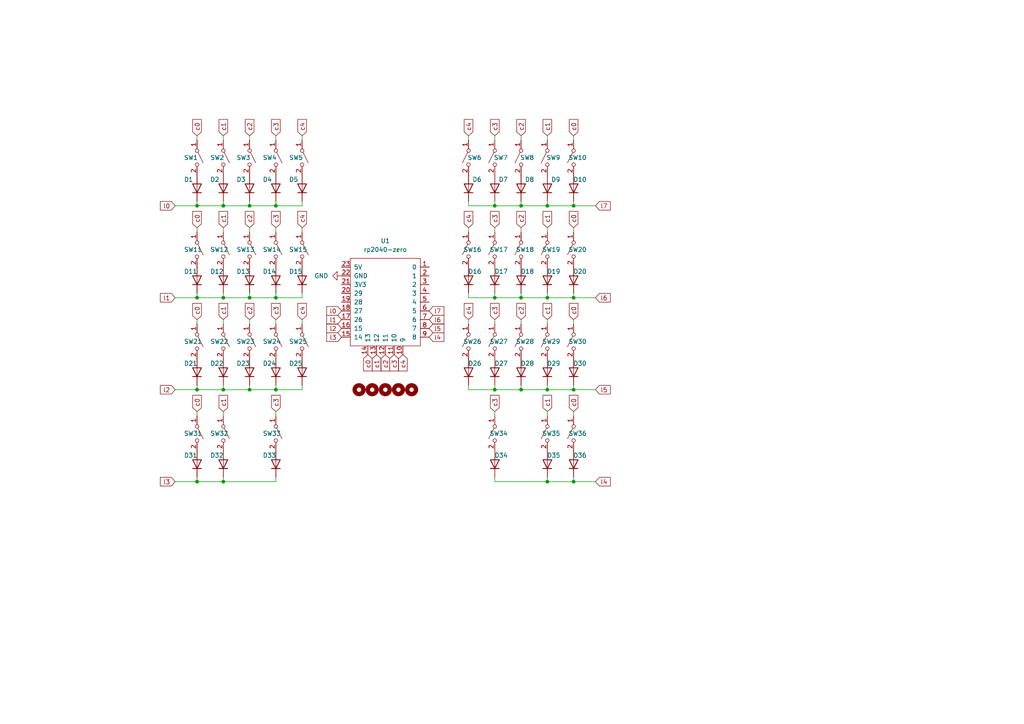
<source format=kicad_sch>
(kicad_sch (version 20230121) (generator eeschema)
  (paper "A4")
  (lib_symbols
    (symbol "Diode:1N4148" (pin_numbers hide) (pin_names hide)
      (property "Reference" "D" (at 0 2.54 0))
      (property "Value" "1N4148" (at 0 -2.54 0))
      (symbol "1N4148_0_1"
        (polyline (pts (xy -1.27 1.27) (xy -1.27 -1.27)) (stroke (width 0.254)))
        (polyline (pts (xy 1.27 0) (xy -1.27 0)))
        (polyline (pts (xy 1.27 1.27) (xy 1.27 -1.27) (xy -1.27 0) (xy 1.27 1.27)) (stroke (width 0.254)))
      )
      (symbol "1N4148_1_1"
        (pin passive line (at -3.81 0 0) (length 2.54) (name "K") (number "1"))
        (pin passive line (at 3.81 0 180) (length 2.54) (name "A") (number "2"))
      )
    )
    (symbol "Mechanical:MountingHole" (pin_names (offset 1.016))
      (property "Reference" "H" (at 0 5.08 0))
      (property "Value" "MountingHole" (at 0 3.175 0))
      (symbol "MountingHole_0_1"
        (circle (center 0 0) (radius 1.27) (stroke (width 1.27)))
      )
    )
    (symbol "Switch:SW_SPST" (pin_names (offset 0) hide)
      (property "Reference" "SW" (at 0 3.175 0))
      (property "Value" "SW_SPST" (at 0 -2.54 0))
      (symbol "SW_SPST_0_0"
        (circle (center -2.032 0) (radius 0.508))
        (polyline (pts (xy -1.524 0.254) (xy 1.524 1.778)))
        (circle (center 2.032 0) (radius 0.508))
      )
      (symbol "SW_SPST_1_1"
        (pin passive line (at -5.08 0 0) (length 2.54) (name "A") (number "1"))
        (pin passive line (at 5.08 0 180) (length 2.54) (name "B") (number "2"))
      )
    )
    (symbol "mcu:rp2040-zero" (pin_names (offset 1.016))
      (property "Reference" "U" (at 0 15.24 0))
      (property "Value" "rp2040-zero" (at 0 12.7 0))
      (symbol "rp2040-zero_0_1"
        (rectangle (start -10.16 11.43) (end 10.16 -13.97))
      )
      (symbol "rp2040-zero_1_1"
        (pin bidirectional line (at 12.7 8.89 180) (length 2.54) (name "0") (number "1"))
        (pin bidirectional line (at 5.08 -16.51 90) (length 2.54) (name "9") (number "10"))
        (pin bidirectional line (at 2.54 -16.51 90) (length 2.54) (name "10") (number "11"))
        (pin bidirectional line (at 0 -16.51 90) (length 2.54) (name "11") (number "12"))
        (pin bidirectional line (at -2.54 -16.51 90) (length 2.54) (name "12") (number "13"))
        (pin bidirectional line (at -5.08 -16.51 90) (length 2.54) (name "13") (number "14"))
        (pin bidirectional line (at -12.7 -11.43 0) (length 2.54) (name "14") (number "15"))
        (pin bidirectional line (at -12.7 -8.89 0) (length 2.54) (name "15") (number "16"))
        (pin bidirectional line (at -12.7 -6.35 0) (length 2.54) (name "26") (number "17"))
        (pin bidirectional line (at -12.7 -3.81 0) (length 2.54) (name "27") (number "18"))
        (pin bidirectional line (at -12.7 -1.27 0) (length 2.54) (name "28") (number "19"))
        (pin bidirectional line (at 12.7 6.35 180) (length 2.54) (name "1") (number "2"))
        (pin bidirectional line (at -12.7 1.27 0) (length 2.54) (name "29") (number "20"))
        (pin power_out line (at -12.7 3.81 0) (length 2.54) (name "3V3") (number "21"))
        (pin power_out line (at -12.7 6.35 0) (length 2.54) (name "GND") (number "22"))
        (pin power_out line (at -12.7 8.89 0) (length 2.54) (name "5V") (number "23"))
        (pin bidirectional line (at 12.7 3.81 180) (length 2.54) (name "2") (number "3"))
        (pin bidirectional line (at 12.7 1.27 180) (length 2.54) (name "3") (number "4"))
        (pin bidirectional line (at 12.7 -1.27 180) (length 2.54) (name "4") (number "5"))
        (pin bidirectional line (at 12.7 -3.81 180) (length 2.54) (name "5") (number "6"))
        (pin bidirectional line (at 12.7 -6.35 180) (length 2.54) (name "6") (number "7"))
        (pin bidirectional line (at 12.7 -8.89 180) (length 2.54) (name "7") (number "8"))
        (pin bidirectional line (at 12.7 -11.43 180) (length 2.54) (name "8") (number "9"))
      )
    )
    (symbol "power:GND" (power) (pin_names (offset 0))
      (property "Value" "GND" (at 0 -3.81 0))
      (symbol "GND_0_1"
        (polyline (pts (xy 0 0) (xy 0 -1.27) (xy 1.27 -1.27) (xy 0 -2.54) (xy -1.27 -1.27) (xy 0 -1.27)))
      )
      (symbol "GND_1_1"
        (pin power_in line (at 0 0 270) (length 0) hide (name "GND") (number "1"))
      )
    )
  )
  (junction (at 72.39 59.69))
  (junction (at 166.37 113.03))
  (junction (at 151.13 59.69))
  (junction (at 64.77 113.03))
  (junction (at 72.39 86.36))
  (junction (at 57.15 139.7))
  (junction (at 158.75 86.36))
  (junction (at 64.77 139.7))
  (junction (at 64.77 59.69))
  (junction (at 158.75 59.69))
  (junction (at 143.51 86.36))
  (junction (at 166.37 86.36))
  (junction (at 166.37 59.69))
  (junction (at 166.37 139.7))
  (junction (at 57.15 113.03))
  (junction (at 80.01 86.36))
  (junction (at 72.39 113.03))
  (junction (at 80.01 59.69))
  (junction (at 158.75 113.03))
  (junction (at 143.51 59.69))
  (junction (at 143.51 113.03))
  (junction (at 80.01 113.03))
  (junction (at 151.13 86.36))
  (junction (at 57.15 86.36))
  (junction (at 151.13 113.03))
  (junction (at 158.75 139.7))
  (junction (at 64.77 86.36))
  (junction (at 57.15 59.69))
  (wire (pts (xy 151.13 58.42) (xy 151.13 59.69)))
  (wire (pts (xy 80.01 59.69) (xy 87.63 59.69)))
  (wire (pts (xy 143.51 111.76) (xy 143.51 113.03)))
  (wire (pts (xy 143.51 86.36) (xy 135.89 86.36)))
  (wire (pts (xy 166.37 138.43) (xy 166.37 139.7)))
  (wire (pts (xy 158.75 113.03) (xy 151.13 113.03)))
  (wire (pts (xy 72.39 39.37) (xy 72.39 40.64)))
  (wire (pts (xy 57.15 139.7) (xy 64.77 139.7)))
  (wire (pts (xy 80.01 113.03) (xy 87.63 113.03)))
  (wire (pts (xy 166.37 59.69) (xy 158.75 59.69)))
  (wire (pts (xy 151.13 59.69) (xy 143.51 59.69)))
  (wire (pts (xy 57.15 86.36) (xy 64.77 86.36)))
  (wire (pts (xy 72.39 58.42) (xy 72.39 59.69)))
  (wire (pts (xy 143.51 39.37) (xy 143.51 40.64)))
  (wire (pts (xy 172.72 113.03) (xy 166.37 113.03)))
  (wire (pts (xy 57.15 58.42) (xy 57.15 59.69)))
  (wire (pts (xy 80.01 39.37) (xy 80.01 40.64)))
  (wire (pts (xy 64.77 86.36) (xy 72.39 86.36)))
  (wire (pts (xy 166.37 85.09) (xy 166.37 86.36)))
  (wire (pts (xy 87.63 85.09) (xy 87.63 86.36)))
  (wire (pts (xy 158.75 59.69) (xy 151.13 59.69)))
  (wire (pts (xy 151.13 111.76) (xy 151.13 113.03)))
  (wire (pts (xy 158.75 119.38) (xy 158.75 120.65)))
  (wire (pts (xy 166.37 113.03) (xy 158.75 113.03)))
  (wire (pts (xy 80.01 58.42) (xy 80.01 59.69)))
  (wire (pts (xy 72.39 111.76) (xy 72.39 113.03)))
  (wire (pts (xy 135.89 85.09) (xy 135.89 86.36)))
  (wire (pts (xy 158.75 85.09) (xy 158.75 86.36)))
  (wire (pts (xy 64.77 66.04) (xy 64.77 67.31)))
  (wire (pts (xy 135.89 66.04) (xy 135.89 67.31)))
  (wire (pts (xy 57.15 85.09) (xy 57.15 86.36)))
  (wire (pts (xy 50.8 113.03) (xy 57.15 113.03)))
  (wire (pts (xy 143.51 119.38) (xy 143.51 120.65)))
  (wire (pts (xy 151.13 85.09) (xy 151.13 86.36)))
  (wire (pts (xy 158.75 66.04) (xy 158.75 67.31)))
  (wire (pts (xy 151.13 39.37) (xy 151.13 40.64)))
  (wire (pts (xy 64.77 139.7) (xy 80.01 139.7)))
  (wire (pts (xy 166.37 119.38) (xy 166.37 120.65)))
  (wire (pts (xy 87.63 66.04) (xy 87.63 67.31)))
  (wire (pts (xy 57.15 111.76) (xy 57.15 113.03)))
  (wire (pts (xy 166.37 86.36) (xy 158.75 86.36)))
  (wire (pts (xy 80.01 138.43) (xy 80.01 139.7)))
  (wire (pts (xy 87.63 92.71) (xy 87.63 93.98)))
  (wire (pts (xy 50.8 86.36) (xy 57.15 86.36)))
  (wire (pts (xy 166.37 111.76) (xy 166.37 113.03)))
  (wire (pts (xy 57.15 59.69) (xy 64.77 59.69)))
  (wire (pts (xy 80.01 92.71) (xy 80.01 93.98)))
  (wire (pts (xy 151.13 66.04) (xy 151.13 67.31)))
  (wire (pts (xy 64.77 58.42) (xy 64.77 59.69)))
  (wire (pts (xy 166.37 139.7) (xy 158.75 139.7)))
  (wire (pts (xy 166.37 39.37) (xy 166.37 40.64)))
  (wire (pts (xy 158.75 92.71) (xy 158.75 93.98)))
  (wire (pts (xy 57.15 66.04) (xy 57.15 67.31)))
  (wire (pts (xy 143.51 92.71) (xy 143.51 93.98)))
  (wire (pts (xy 158.75 58.42) (xy 158.75 59.69)))
  (wire (pts (xy 143.51 85.09) (xy 143.51 86.36)))
  (wire (pts (xy 151.13 92.71) (xy 151.13 93.98)))
  (wire (pts (xy 172.72 86.36) (xy 166.37 86.36)))
  (wire (pts (xy 64.77 138.43) (xy 64.77 139.7)))
  (wire (pts (xy 72.39 59.69) (xy 80.01 59.69)))
  (wire (pts (xy 80.01 86.36) (xy 87.63 86.36)))
  (wire (pts (xy 64.77 85.09) (xy 64.77 86.36)))
  (wire (pts (xy 72.39 86.36) (xy 80.01 86.36)))
  (wire (pts (xy 151.13 86.36) (xy 143.51 86.36)))
  (wire (pts (xy 135.89 58.42) (xy 135.89 59.69)))
  (wire (pts (xy 72.39 92.71) (xy 72.39 93.98)))
  (wire (pts (xy 143.51 59.69) (xy 135.89 59.69)))
  (wire (pts (xy 172.72 59.69) (xy 166.37 59.69)))
  (wire (pts (xy 50.8 139.7) (xy 57.15 139.7)))
  (wire (pts (xy 87.63 39.37) (xy 87.63 40.64)))
  (wire (pts (xy 64.77 111.76) (xy 64.77 113.03)))
  (wire (pts (xy 135.89 39.37) (xy 135.89 40.64)))
  (wire (pts (xy 158.75 139.7) (xy 143.51 139.7)))
  (wire (pts (xy 57.15 119.38) (xy 57.15 120.65)))
  (wire (pts (xy 80.01 66.04) (xy 80.01 67.31)))
  (wire (pts (xy 143.51 138.43) (xy 143.51 139.7)))
  (wire (pts (xy 57.15 113.03) (xy 64.77 113.03)))
  (wire (pts (xy 143.51 113.03) (xy 135.89 113.03)))
  (wire (pts (xy 143.51 66.04) (xy 143.51 67.31)))
  (wire (pts (xy 158.75 138.43) (xy 158.75 139.7)))
  (wire (pts (xy 87.63 58.42) (xy 87.63 59.69)))
  (wire (pts (xy 57.15 92.71) (xy 57.15 93.98)))
  (wire (pts (xy 87.63 111.76) (xy 87.63 113.03)))
  (wire (pts (xy 166.37 92.71) (xy 166.37 93.98)))
  (wire (pts (xy 151.13 113.03) (xy 143.51 113.03)))
  (wire (pts (xy 64.77 39.37) (xy 64.77 40.64)))
  (wire (pts (xy 143.51 58.42) (xy 143.51 59.69)))
  (wire (pts (xy 72.39 113.03) (xy 80.01 113.03)))
  (wire (pts (xy 80.01 85.09) (xy 80.01 86.36)))
  (wire (pts (xy 64.77 59.69) (xy 72.39 59.69)))
  (wire (pts (xy 158.75 86.36) (xy 151.13 86.36)))
  (wire (pts (xy 158.75 39.37) (xy 158.75 40.64)))
  (wire (pts (xy 57.15 39.37) (xy 57.15 40.64)))
  (wire (pts (xy 135.89 92.71) (xy 135.89 93.98)))
  (wire (pts (xy 80.01 119.38) (xy 80.01 120.65)))
  (wire (pts (xy 64.77 92.71) (xy 64.77 93.98)))
  (wire (pts (xy 166.37 58.42) (xy 166.37 59.69)))
  (wire (pts (xy 72.39 85.09) (xy 72.39 86.36)))
  (wire (pts (xy 64.77 119.38) (xy 64.77 120.65)))
  (wire (pts (xy 50.8 59.69) (xy 57.15 59.69)))
  (wire (pts (xy 158.75 111.76) (xy 158.75 113.03)))
  (wire (pts (xy 64.77 113.03) (xy 72.39 113.03)))
  (wire (pts (xy 135.89 111.76) (xy 135.89 113.03)))
  (wire (pts (xy 166.37 66.04) (xy 166.37 67.31)))
  (wire (pts (xy 72.39 66.04) (xy 72.39 67.31)))
  (wire (pts (xy 80.01 111.76) (xy 80.01 113.03)))
  (wire (pts (xy 57.15 138.43) (xy 57.15 139.7)))
  (wire (pts (xy 172.72 139.7) (xy 166.37 139.7)))
  (global_label "c4" (shape input) (at 87.63 39.37 90) (property "Intersheetrefs" "${INTERSHEET_REFS}" (effects hide)))
  (global_label "l2" (shape input) (at 50.8 113.03 180) (property "Intersheetrefs" "${INTERSHEET_REFS}" (effects hide)))
  (global_label "c0" (shape input) (at 57.15 119.38 90) (property "Intersheetrefs" "${INTERSHEET_REFS}" (effects hide)))
  (global_label "c4" (shape input) (at 87.63 92.71 90) (property "Intersheetrefs" "${INTERSHEET_REFS}" (effects hide)))
  (global_label "c0" (shape input) (at 57.15 39.37 90) (property "Intersheetrefs" "${INTERSHEET_REFS}" (effects hide)))
  (global_label "c3" (shape input) (at 80.01 66.04 90) (property "Intersheetrefs" "${INTERSHEET_REFS}" (effects hide)))
  (global_label "l5" (shape input) (at 124.46 95.25 0) (property "Intersheetrefs" "${INTERSHEET_REFS}" (effects hide)))
  (global_label "l1" (shape input) (at 50.8 86.36 180) (property "Intersheetrefs" "${INTERSHEET_REFS}" (effects hide)))
  (global_label "c0" (shape input) (at 166.37 119.38 90) (property "Intersheetrefs" "${INTERSHEET_REFS}" (effects hide)))
  (global_label "l1" (shape input) (at 99.06 92.71 180) (property "Intersheetrefs" "${INTERSHEET_REFS}" (effects hide)))
  (global_label "c1" (shape input) (at 64.77 119.38 90) (property "Intersheetrefs" "${INTERSHEET_REFS}" (effects hide)))
  (global_label "c1" (shape input) (at 158.75 66.04 90) (property "Intersheetrefs" "${INTERSHEET_REFS}" (effects hide)))
  (global_label "c2" (shape input) (at 72.39 39.37 90) (property "Intersheetrefs" "${INTERSHEET_REFS}" (effects hide)))
  (global_label "l4" (shape input) (at 124.46 97.79 0) (property "Intersheetrefs" "${INTERSHEET_REFS}" (effects hide)))
  (global_label "l0" (shape input) (at 99.06 90.17 180) (property "Intersheetrefs" "${INTERSHEET_REFS}" (effects hide)))
  (global_label "c3" (shape input) (at 143.51 39.37 90) (property "Intersheetrefs" "${INTERSHEET_REFS}" (effects hide)))
  (global_label "c2" (shape input) (at 151.13 39.37 90) (property "Intersheetrefs" "${INTERSHEET_REFS}" (effects hide)))
  (global_label "c3" (shape input) (at 143.51 92.71 90) (property "Intersheetrefs" "${INTERSHEET_REFS}" (effects hide)))
  (global_label "c2" (shape input) (at 72.39 92.71 90) (property "Intersheetrefs" "${INTERSHEET_REFS}" (effects hide)))
  (global_label "c0" (shape input) (at 166.37 92.71 90) (property "Intersheetrefs" "${INTERSHEET_REFS}" (effects hide)))
  (global_label "l5" (shape input) (at 172.72 113.03 0) (property "Intersheetrefs" "${INTERSHEET_REFS}" (effects hide)))
  (global_label "c2" (shape input) (at 72.39 66.04 90) (property "Intersheetrefs" "${INTERSHEET_REFS}" (effects hide)))
  (global_label "c0" (shape input) (at 57.15 92.71 90) (property "Intersheetrefs" "${INTERSHEET_REFS}" (effects hide)))
  (global_label "l4" (shape input) (at 172.72 139.7 0) (property "Intersheetrefs" "${INTERSHEET_REFS}" (effects hide)))
  (global_label "c1" (shape input) (at 64.77 92.71 90) (property "Intersheetrefs" "${INTERSHEET_REFS}" (effects hide)))
  (global_label "l3" (shape input) (at 99.06 97.79 180) (property "Intersheetrefs" "${INTERSHEET_REFS}" (effects hide)))
  (global_label "l3" (shape input) (at 50.8 139.7 180) (property "Intersheetrefs" "${INTERSHEET_REFS}" (effects hide)))
  (global_label "c4" (shape input) (at 135.89 66.04 90) (property "Intersheetrefs" "${INTERSHEET_REFS}" (effects hide)))
  (global_label "c4" (shape input) (at 87.63 66.04 90) (property "Intersheetrefs" "${INTERSHEET_REFS}" (effects hide)))
  (global_label "l2" (shape input) (at 99.06 95.25 180) (property "Intersheetrefs" "${INTERSHEET_REFS}" (effects hide)))
  (global_label "c0" (shape input) (at 106.68 102.87 270) (property "Intersheetrefs" "${INTERSHEET_REFS}" (effects hide)))
  (global_label "c2" (shape input) (at 111.76 102.87 270) (property "Intersheetrefs" "${INTERSHEET_REFS}" (effects hide)))
  (global_label "l6" (shape input) (at 172.72 86.36 0) (property "Intersheetrefs" "${INTERSHEET_REFS}" (effects hide)))
  (global_label "c0" (shape input) (at 166.37 66.04 90) (property "Intersheetrefs" "${INTERSHEET_REFS}" (effects hide)))
  (global_label "c3" (shape input) (at 143.51 66.04 90) (property "Intersheetrefs" "${INTERSHEET_REFS}" (effects hide)))
  (global_label "c2" (shape input) (at 151.13 66.04 90) (property "Intersheetrefs" "${INTERSHEET_REFS}" (effects hide)))
  (global_label "c3" (shape input) (at 80.01 92.71 90) (property "Intersheetrefs" "${INTERSHEET_REFS}" (effects hide)))
  (global_label "c1" (shape input) (at 64.77 66.04 90) (property "Intersheetrefs" "${INTERSHEET_REFS}" (effects hide)))
  (global_label "c3" (shape input) (at 143.51 119.38 90) (property "Intersheetrefs" "${INTERSHEET_REFS}" (effects hide)))
  (global_label "c1" (shape input) (at 64.77 39.37 90) (property "Intersheetrefs" "${INTERSHEET_REFS}" (effects hide)))
  (global_label "c4" (shape input) (at 135.89 92.71 90) (property "Intersheetrefs" "${INTERSHEET_REFS}" (effects hide)))
  (global_label "c4" (shape input) (at 135.89 39.37 90) (property "Intersheetrefs" "${INTERSHEET_REFS}" (effects hide)))
  (global_label "l0" (shape input) (at 50.8 59.69 180) (property "Intersheetrefs" "${INTERSHEET_REFS}" (effects hide)))
  (global_label "c1" (shape input) (at 109.22 102.87 270) (property "Intersheetrefs" "${INTERSHEET_REFS}" (effects hide)))
  (global_label "c3" (shape input) (at 80.01 119.38 90) (property "Intersheetrefs" "${INTERSHEET_REFS}" (effects hide)))
  (global_label "l7" (shape input) (at 172.72 59.69 0) (property "Intersheetrefs" "${INTERSHEET_REFS}" (effects hide)))
  (global_label "c1" (shape input) (at 158.75 92.71 90) (property "Intersheetrefs" "${INTERSHEET_REFS}" (effects hide)))
  (global_label "c1" (shape input) (at 158.75 39.37 90) (property "Intersheetrefs" "${INTERSHEET_REFS}" (effects hide)))
  (global_label "c3" (shape input) (at 114.3 102.87 270) (property "Intersheetrefs" "${INTERSHEET_REFS}" (effects hide)))
  (global_label "l7" (shape input) (at 124.46 90.17 0) (property "Intersheetrefs" "${INTERSHEET_REFS}" (effects hide)))
  (global_label "l6" (shape input) (at 124.46 92.71 0) (property "Intersheetrefs" "${INTERSHEET_REFS}" (effects hide)))
  (global_label "c2" (shape input) (at 151.13 92.71 90) (property "Intersheetrefs" "${INTERSHEET_REFS}" (effects hide)))
  (global_label "c0" (shape input) (at 57.15 66.04 90) (property "Intersheetrefs" "${INTERSHEET_REFS}" (effects hide)))
  (global_label "c3" (shape input) (at 80.01 39.37 90) (property "Intersheetrefs" "${INTERSHEET_REFS}" (effects hide)))
  (global_label "c1" (shape input) (at 158.75 119.38 90) (property "Intersheetrefs" "${INTERSHEET_REFS}" (effects hide)))
  (global_label "c0" (shape input) (at 166.37 39.37 90) (property "Intersheetrefs" "${INTERSHEET_REFS}" (effects hide)))
  (global_label "c4" (shape input) (at 116.84 102.87 270) (property "Intersheetrefs" "${INTERSHEET_REFS}" (effects hide)))
  (symbol (lib_id "Diode:1N4148") (at 135.89 107.95 270) (mirror x) (unit 1)
    (property "Reference" "D26" (at 139.7 105.41 90) (effects (justify right)))
    (property "Value" "1N4148" (effects hide))
    (property "Footprint" "Diode_THT:D_DO-35_SOD27_P7.62mm_Horizontal" (effects hide))
    (property "Datasheet" "https://assets.nexperia.com/documents/data-sheet/1N4148_1N4448.pdf" (effects hide))
    (property "Sim.Device" "D" (effects hide))
    (property "Sim.Pins" "1=K 2=A" (effects hide))
  )
  (symbol (lib_id "Diode:1N4148") (at 80.01 107.95 90) (unit 1)
    (property "Reference" "D24" (at 76.2 105.41 90) (effects (justify right)))
    (property "Value" "1N4148" (effects hide))
    (property "Footprint" "Diode_THT:D_DO-35_SOD27_P7.62mm_Horizontal" (effects hide))
    (property "Datasheet" "https://assets.nexperia.com/documents/data-sheet/1N4148_1N4448.pdf" (effects hide))
    (property "Sim.Device" "D" (effects hide))
    (property "Sim.Pins" "1=K 2=A" (effects hide))
  )
  (symbol (lib_id "Diode:1N4148") (at 151.13 107.95 270) (mirror x) (unit 1)
    (property "Reference" "D28" (at 154.94 105.41 90) (effects (justify right)))
    (property "Value" "1N4148" (effects hide))
    (property "Footprint" "Diode_THT:D_DO-35_SOD27_P7.62mm_Horizontal" (effects hide))
    (property "Datasheet" "https://assets.nexperia.com/documents/data-sheet/1N4148_1N4448.pdf" (effects hide))
    (property "Sim.Device" "D" (effects hide))
    (property "Sim.Pins" "1=K 2=A" (effects hide))
  )
  (symbol (lib_id "Switch:SW_SPST") (at 151.13 72.39 90) (mirror x) (unit 1)
    (property "Reference" "SW18" (at 154.94 72.39 90) (effects (justify left)))
    (property "Value" "SW_SPST" (effects hide))
    (property "Footprint" "_mx:MX-Alps-Hybrid-1U" (effects hide))
  )
  (symbol (lib_id "Diode:1N4148") (at 57.15 107.95 90) (unit 1)
    (property "Reference" "D21" (at 53.34 105.41 90) (effects (justify right)))
    (property "Value" "1N4148" (effects hide))
    (property "Footprint" "Diode_THT:D_DO-35_SOD27_P7.62mm_Horizontal" (effects hide))
    (property "Datasheet" "https://assets.nexperia.com/documents/data-sheet/1N4148_1N4448.pdf" (effects hide))
    (property "Sim.Device" "D" (effects hide))
    (property "Sim.Pins" "1=K 2=A" (effects hide))
  )
  (symbol (lib_id "Switch:SW_SPST") (at 158.75 45.72 90) (mirror x) (unit 1)
    (property "Reference" "SW9" (at 162.56 45.72 90) (effects (justify left)))
    (property "Value" "SW_SPST" (effects hide))
    (property "Footprint" "_mx:MX-Alps-Hybrid-1U" (effects hide))
  )
  (symbol (lib_id "Switch:SW_SPST") (at 143.51 99.06 90) (mirror x) (unit 1)
    (property "Reference" "SW27" (at 147.32 99.06 90) (effects (justify left)))
    (property "Value" "SW_SPST" (effects hide))
    (property "Footprint" "_mx:MX-Alps-Hybrid-1U" (effects hide))
  )
  (symbol (lib_id "Diode:1N4148") (at 151.13 81.28 270) (mirror x) (unit 1)
    (property "Reference" "D18" (at 154.94 78.74 90) (effects (justify right)))
    (property "Value" "1N4148" (effects hide))
    (property "Footprint" "Diode_THT:D_DO-35_SOD27_P7.62mm_Horizontal" (effects hide))
    (property "Datasheet" "https://assets.nexperia.com/documents/data-sheet/1N4148_1N4448.pdf" (effects hide))
    (property "Sim.Device" "D" (effects hide))
    (property "Sim.Pins" "1=K 2=A" (effects hide))
  )
  (symbol (lib_id "Switch:SW_SPST") (at 80.01 125.73 270) (unit 1)
    (property "Reference" "SW33" (at 76.2 125.73 90) (effects (justify left)))
    (property "Value" "SW_SPST" (effects hide))
    (property "Footprint" "_mx:MX-Alps-Hybrid-2.25U-ReversedStabilizers" (effects hide))
  )
  (symbol (lib_id "Diode:1N4148") (at 158.75 107.95 270) (mirror x) (unit 1)
    (property "Reference" "D29" (at 162.56 105.41 90) (effects (justify right)))
    (property "Value" "1N4148" (effects hide))
    (property "Footprint" "Diode_THT:D_DO-35_SOD27_P7.62mm_Horizontal" (effects hide))
    (property "Datasheet" "https://assets.nexperia.com/documents/data-sheet/1N4148_1N4448.pdf" (effects hide))
    (property "Sim.Device" "D" (effects hide))
    (property "Sim.Pins" "1=K 2=A" (effects hide))
  )
  (symbol (lib_id "Switch:SW_SPST") (at 135.89 72.39 90) (mirror x) (unit 1)
    (property "Reference" "SW16" (at 139.7 72.39 90) (effects (justify left)))
    (property "Value" "SW_SPST" (effects hide))
    (property "Footprint" "_mx:MX-Alps-Hybrid-1U" (effects hide))
  )
  (symbol (lib_id "Switch:SW_SPST") (at 87.63 99.06 270) (unit 1)
    (property "Reference" "SW25" (at 83.82 99.06 90) (effects (justify left)))
    (property "Value" "SW_SPST" (effects hide))
    (property "Footprint" "_mx:MX-Alps-Hybrid-1U" (effects hide))
  )
  (symbol (lib_id "Switch:SW_SPST") (at 57.15 99.06 270) (unit 1)
    (property "Reference" "SW21" (at 53.34 99.06 90) (effects (justify left)))
    (property "Value" "SW_SPST" (effects hide))
    (property "Footprint" "_mx:MX-Alps-Hybrid-1.75U" (effects hide))
  )
  (symbol (lib_id "Diode:1N4148") (at 143.51 81.28 270) (mirror x) (unit 1)
    (property "Reference" "D17" (at 147.32 78.74 90) (effects (justify right)))
    (property "Value" "1N4148" (effects hide))
    (property "Footprint" "Diode_THT:D_DO-35_SOD27_P7.62mm_Horizontal" (effects hide))
    (property "Datasheet" "https://assets.nexperia.com/documents/data-sheet/1N4148_1N4448.pdf" (effects hide))
    (property "Sim.Device" "D" (effects hide))
    (property "Sim.Pins" "1=K 2=A" (effects hide))
  )
  (symbol (lib_id "Switch:SW_SPST") (at 64.77 125.73 270) (unit 1)
    (property "Reference" "SW32" (at 60.96 125.73 90) (effects (justify left)))
    (property "Value" "SW_SPST" (effects hide))
    (property "Footprint" "_mx:MX-Alps-Hybrid-1U" (effects hide))
  )
  (symbol (lib_id "Switch:SW_SPST") (at 158.75 125.73 90) (mirror x) (unit 1)
    (property "Reference" "SW35" (at 162.56 125.73 90) (effects (justify left)))
    (property "Value" "SW_SPST" (effects hide))
    (property "Footprint" "_mx:MX-Alps-Hybrid-1U" (effects hide))
  )
  (symbol (lib_id "Diode:1N4148") (at 57.15 54.61 90) (unit 1)
    (property "Reference" "D1" (at 53.34 52.07 90) (effects (justify right)))
    (property "Value" "1N4148" (effects hide))
    (property "Footprint" "Diode_THT:D_DO-35_SOD27_P7.62mm_Horizontal" (effects hide))
    (property "Datasheet" "https://assets.nexperia.com/documents/data-sheet/1N4148_1N4448.pdf" (effects hide))
    (property "Sim.Device" "D" (effects hide))
    (property "Sim.Pins" "1=K 2=A" (effects hide))
  )
  (symbol (lib_id "Switch:SW_SPST") (at 80.01 99.06 270) (unit 1)
    (property "Reference" "SW24" (at 76.2 99.06 90) (effects (justify left)))
    (property "Value" "SW_SPST" (effects hide))
    (property "Footprint" "_mx:MX-Alps-Hybrid-1U" (effects hide))
  )
  (symbol (lib_id "Switch:SW_SPST") (at 57.15 72.39 270) (unit 1)
    (property "Reference" "SW11" (at 53.34 72.39 90) (effects (justify left)))
    (property "Value" "SW_SPST" (effects hide))
    (property "Footprint" "_mx:MX-Alps-Hybrid-1.25U" (effects hide))
  )
  (symbol (lib_id "Diode:1N4148") (at 72.39 54.61 90) (unit 1)
    (property "Reference" "D3" (at 68.58 52.07 90) (effects (justify right)))
    (property "Value" "1N4148" (effects hide))
    (property "Footprint" "Diode_THT:D_DO-35_SOD27_P7.62mm_Horizontal" (effects hide))
    (property "Datasheet" "https://assets.nexperia.com/documents/data-sheet/1N4148_1N4448.pdf" (effects hide))
    (property "Sim.Device" "D" (effects hide))
    (property "Sim.Pins" "1=K 2=A" (effects hide))
  )
  (symbol (lib_id "Switch:SW_SPST") (at 72.39 45.72 270) (unit 1)
    (property "Reference" "SW3" (at 68.58 45.72 90) (effects (justify left)))
    (property "Value" "SW_SPST" (effects hide))
    (property "Footprint" "_mx:MX-Alps-Hybrid-1U" (effects hide))
  )
  (symbol (lib_id "Diode:1N4148") (at 143.51 107.95 270) (mirror x) (unit 1)
    (property "Reference" "D27" (at 147.32 105.41 90) (effects (justify right)))
    (property "Value" "1N4148" (effects hide))
    (property "Footprint" "Diode_THT:D_DO-35_SOD27_P7.62mm_Horizontal" (effects hide))
    (property "Datasheet" "https://assets.nexperia.com/documents/data-sheet/1N4148_1N4448.pdf" (effects hide))
    (property "Sim.Device" "D" (effects hide))
    (property "Sim.Pins" "1=K 2=A" (effects hide))
  )
  (symbol (lib_id "Diode:1N4148") (at 57.15 81.28 90) (unit 1)
    (property "Reference" "D11" (at 53.34 78.74 90) (effects (justify right)))
    (property "Value" "1N4148" (effects hide))
    (property "Footprint" "Diode_THT:D_DO-35_SOD27_P7.62mm_Horizontal" (effects hide))
    (property "Datasheet" "https://assets.nexperia.com/documents/data-sheet/1N4148_1N4448.pdf" (effects hide))
    (property "Sim.Device" "D" (effects hide))
    (property "Sim.Pins" "1=K 2=A" (effects hide))
  )
  (symbol (lib_id "Switch:SW_SPST") (at 166.37 99.06 90) (mirror x) (unit 1)
    (property "Reference" "SW30" (at 170.18 99.06 90) (effects (justify left)))
    (property "Value" "SW_SPST" (effects hide))
    (property "Footprint" "_mx:MX-Alps-Hybrid-1.5U" (effects hide))
  )
  (symbol (lib_id "Switch:SW_SPST") (at 143.51 125.73 90) (mirror x) (unit 1)
    (property "Reference" "SW34" (at 147.32 125.73 90) (effects (justify left)))
    (property "Value" "SW_SPST" (effects hide))
    (property "Footprint" "_mx:MX-Alps-Hybrid-2U-ReversedStabilizers" (effects hide))
  )
  (symbol (lib_id "Diode:1N4148") (at 64.77 54.61 90) (unit 1)
    (property "Reference" "D2" (at 60.96 52.07 90) (effects (justify right)))
    (property "Value" "1N4148" (effects hide))
    (property "Footprint" "Diode_THT:D_DO-35_SOD27_P7.62mm_Horizontal" (effects hide))
    (property "Datasheet" "https://assets.nexperia.com/documents/data-sheet/1N4148_1N4448.pdf" (effects hide))
    (property "Sim.Device" "D" (effects hide))
    (property "Sim.Pins" "1=K 2=A" (effects hide))
  )
  (symbol (lib_id "Diode:1N4148") (at 166.37 81.28 270) (mirror x) (unit 1)
    (property "Reference" "D20" (at 170.18 78.74 90) (effects (justify right)))
    (property "Value" "1N4148" (effects hide))
    (property "Footprint" "Diode_THT:D_DO-35_SOD27_P7.62mm_Horizontal" (effects hide))
    (property "Datasheet" "https://assets.nexperia.com/documents/data-sheet/1N4148_1N4448.pdf" (effects hide))
    (property "Sim.Device" "D" (effects hide))
    (property "Sim.Pins" "1=K 2=A" (effects hide))
  )
  (symbol (lib_id "Diode:1N4148") (at 158.75 134.62 270) (mirror x) (unit 1)
    (property "Reference" "D35" (at 162.56 132.08 90) (effects (justify right)))
    (property "Value" "1N4148" (effects hide))
    (property "Footprint" "Diode_THT:D_DO-35_SOD27_P7.62mm_Horizontal" (effects hide))
    (property "Datasheet" "https://assets.nexperia.com/documents/data-sheet/1N4148_1N4448.pdf" (effects hide))
    (property "Sim.Device" "D" (effects hide))
    (property "Sim.Pins" "1=K 2=A" (effects hide))
  )
  (symbol (lib_id "Switch:SW_SPST") (at 64.77 99.06 270) (unit 1)
    (property "Reference" "SW22" (at 60.96 99.06 90) (effects (justify left)))
    (property "Value" "SW_SPST" (effects hide))
    (property "Footprint" "_mx:MX-Alps-Hybrid-1U" (effects hide))
  )
  (symbol (lib_id "Diode:1N4148") (at 72.39 107.95 90) (unit 1)
    (property "Reference" "D23" (at 68.58 105.41 90) (effects (justify right)))
    (property "Value" "1N4148" (effects hide))
    (property "Footprint" "Diode_THT:D_DO-35_SOD27_P7.62mm_Horizontal" (effects hide))
    (property "Datasheet" "https://assets.nexperia.com/documents/data-sheet/1N4148_1N4448.pdf" (effects hide))
    (property "Sim.Device" "D" (effects hide))
    (property "Sim.Pins" "1=K 2=A" (effects hide))
  )
  (symbol (lib_id "Switch:SW_SPST") (at 143.51 72.39 90) (mirror x) (unit 1)
    (property "Reference" "SW17" (at 147.32 72.39 90) (effects (justify left)))
    (property "Value" "SW_SPST" (effects hide))
    (property "Footprint" "_mx:MX-Alps-Hybrid-1U" (effects hide))
  )
  (symbol (lib_id "Diode:1N4148") (at 72.39 81.28 90) (unit 1)
    (property "Reference" "D13" (at 68.58 78.74 90) (effects (justify right)))
    (property "Value" "1N4148" (effects hide))
    (property "Footprint" "Diode_THT:D_DO-35_SOD27_P7.62mm_Horizontal" (effects hide))
    (property "Datasheet" "https://assets.nexperia.com/documents/data-sheet/1N4148_1N4448.pdf" (effects hide))
    (property "Sim.Device" "D" (effects hide))
    (property "Sim.Pins" "1=K 2=A" (effects hide))
  )
  (symbol (lib_id "Switch:SW_SPST") (at 64.77 45.72 270) (unit 1)
    (property "Reference" "SW2" (at 60.96 45.72 90) (effects (justify left)))
    (property "Value" "SW_SPST" (effects hide))
    (property "Footprint" "_mx:MX-Alps-Hybrid-1U" (effects hide))
  )
  (symbol (lib_id "Diode:1N4148") (at 80.01 54.61 90) (unit 1)
    (property "Reference" "D4" (at 76.2 52.07 90) (effects (justify right)))
    (property "Value" "1N4148" (effects hide))
    (property "Footprint" "Diode_THT:D_DO-35_SOD27_P7.62mm_Horizontal" (effects hide))
    (property "Datasheet" "https://assets.nexperia.com/documents/data-sheet/1N4148_1N4448.pdf" (effects hide))
    (property "Sim.Device" "D" (effects hide))
    (property "Sim.Pins" "1=K 2=A" (effects hide))
  )
  (symbol (lib_id "mcu:rp2040-zero") (at 111.76 86.36 0) (unit 1)
    (property "Reference" "U1" (at 111.76 69.85 0))
    (property "Value" "rp2040-zero" (at 111.76 72.39 0))
    (property "Footprint" "_mcu:rp2040-zero-tht" (effects hide))
  )
  (symbol (lib_id "Diode:1N4148") (at 158.75 54.61 270) (mirror x) (unit 1)
    (property "Reference" "D9" (at 162.56 52.07 90) (effects (justify right)))
    (property "Value" "1N4148" (effects hide))
    (property "Footprint" "Diode_THT:D_DO-35_SOD27_P7.62mm_Horizontal" (effects hide))
    (property "Datasheet" "https://assets.nexperia.com/documents/data-sheet/1N4148_1N4448.pdf" (effects hide))
    (property "Sim.Device" "D" (effects hide))
    (property "Sim.Pins" "1=K 2=A" (effects hide))
  )
  (symbol (lib_id "Switch:SW_SPST") (at 166.37 125.73 90) (mirror x) (unit 1)
    (property "Reference" "SW36" (at 170.18 125.73 90) (effects (justify left)))
    (property "Value" "SW_SPST" (effects hide))
    (property "Footprint" "_mx:MX-Alps-Hybrid-1U" (effects hide))
  )
  (symbol (lib_id "Switch:SW_SPST") (at 166.37 45.72 90) (mirror x) (unit 1)
    (property "Reference" "SW10" (at 170.18 45.72 90) (effects (justify left)))
    (property "Value" "SW_SPST" (effects hide))
    (property "Footprint" "_mx:MX-Alps-Hybrid-1.25U" (effects hide))
  )
  (symbol (lib_id "Switch:SW_SPST") (at 135.89 99.06 90) (mirror x) (unit 1)
    (property "Reference" "SW26" (at 139.7 99.06 90) (effects (justify left)))
    (property "Value" "SW_SPST" (effects hide))
    (property "Footprint" "_mx:MX-Alps-Hybrid-1U" (effects hide))
  )
  (symbol (lib_id "Diode:1N4148") (at 80.01 81.28 90) (unit 1)
    (property "Reference" "D14" (at 76.2 78.74 90) (effects (justify right)))
    (property "Value" "1N4148" (effects hide))
    (property "Footprint" "Diode_THT:D_DO-35_SOD27_P7.62mm_Horizontal" (effects hide))
    (property "Datasheet" "https://assets.nexperia.com/documents/data-sheet/1N4148_1N4448.pdf" (effects hide))
    (property "Sim.Device" "D" (effects hide))
    (property "Sim.Pins" "1=K 2=A" (effects hide))
  )
  (symbol (lib_id "Switch:SW_SPST") (at 166.37 72.39 90) (mirror x) (unit 1)
    (property "Reference" "SW20" (at 170.18 72.39 90) (effects (justify left)))
    (property "Value" "SW_SPST" (effects hide))
    (property "Footprint" "_mx:MX-Alps-Hybrid-1U" (effects hide))
  )
  (symbol (lib_id "Diode:1N4148") (at 80.01 134.62 90) (unit 1)
    (property "Reference" "D33" (at 76.2 132.08 90) (effects (justify right)))
    (property "Value" "1N4148" (effects hide))
    (property "Footprint" "Diode_THT:D_DO-35_SOD27_P7.62mm_Horizontal" (effects hide))
    (property "Datasheet" "https://assets.nexperia.com/documents/data-sheet/1N4148_1N4448.pdf" (effects hide))
    (property "Sim.Device" "D" (effects hide))
    (property "Sim.Pins" "1=K 2=A" (effects hide))
  )
  (symbol (lib_id "Mechanical:MountingHole") (at 115.57 113.03 0) (unit 1)
    (property "Reference" "H3" (effects hide))
    (property "Value" "MountingHole" (effects hide))
    (property "Footprint" "MountingHole:MountingHole_2.2mm_M2" (effects hide))
  )
  (symbol (lib_id "Mechanical:MountingHole") (at 104.14 113.03 0) (unit 1)
    (property "Reference" "H5" (effects hide))
    (property "Value" "MountingHole" (effects hide))
    (property "Footprint" "MountingHole:MountingHole_2.2mm_M2" (effects hide))
  )
  (symbol (lib_id "Mechanical:MountingHole") (at 111.76 113.03 0) (unit 1)
    (property "Reference" "H2" (effects hide))
    (property "Value" "MountingHole" (effects hide))
    (property "Footprint" "MountingHole:MountingHole_2.2mm_M2" (effects hide))
  )
  (symbol (lib_id "Diode:1N4148") (at 135.89 54.61 270) (mirror x) (unit 1)
    (property "Reference" "D6" (at 139.7 52.07 90) (effects (justify right)))
    (property "Value" "1N4148" (effects hide))
    (property "Footprint" "Diode_THT:D_DO-35_SOD27_P7.62mm_Horizontal" (effects hide))
    (property "Datasheet" "https://assets.nexperia.com/documents/data-sheet/1N4148_1N4448.pdf" (effects hide))
    (property "Sim.Device" "D" (effects hide))
    (property "Sim.Pins" "1=K 2=A" (effects hide))
  )
  (symbol (lib_id "Diode:1N4148") (at 166.37 134.62 270) (mirror x) (unit 1)
    (property "Reference" "D36" (at 170.18 132.08 90) (effects (justify right)))
    (property "Value" "1N4148" (effects hide))
    (property "Footprint" "Diode_THT:D_DO-35_SOD27_P7.62mm_Horizontal" (effects hide))
    (property "Datasheet" "https://assets.nexperia.com/documents/data-sheet/1N4148_1N4448.pdf" (effects hide))
    (property "Sim.Device" "D" (effects hide))
    (property "Sim.Pins" "1=K 2=A" (effects hide))
  )
  (symbol (lib_id "Mechanical:MountingHole") (at 119.38 113.03 0) (unit 1)
    (property "Reference" "H4" (effects hide))
    (property "Value" "MountingHole" (effects hide))
    (property "Footprint" "MountingHole:MountingHole_2.2mm_M2" (effects hide))
  )
  (symbol (lib_id "Diode:1N4148") (at 158.75 81.28 270) (mirror x) (unit 1)
    (property "Reference" "D19" (at 162.56 78.74 90) (effects (justify right)))
    (property "Value" "1N4148" (effects hide))
    (property "Footprint" "Diode_THT:D_DO-35_SOD27_P7.62mm_Horizontal" (effects hide))
    (property "Datasheet" "https://assets.nexperia.com/documents/data-sheet/1N4148_1N4448.pdf" (effects hide))
    (property "Sim.Device" "D" (effects hide))
    (property "Sim.Pins" "1=K 2=A" (effects hide))
  )
  (symbol (lib_id "Mechanical:MountingHole") (at 107.95 113.03 0) (unit 1)
    (property "Reference" "H1" (effects hide))
    (property "Value" "MountingHole" (effects hide))
    (property "Footprint" "MountingHole:MountingHole_2.2mm_M2" (effects hide))
  )
  (symbol (lib_id "Switch:SW_SPST") (at 80.01 72.39 270) (unit 1)
    (property "Reference" "SW14" (at 76.2 72.39 90) (effects (justify left)))
    (property "Value" "SW_SPST" (effects hide))
    (property "Footprint" "_mx:MX-Alps-Hybrid-1U" (effects hide))
  )
  (symbol (lib_id "Switch:SW_SPST") (at 151.13 45.72 90) (mirror x) (unit 1)
    (property "Reference" "SW8" (at 154.94 45.72 90) (effects (justify left)))
    (property "Value" "SW_SPST" (effects hide))
    (property "Footprint" "_mx:MX-Alps-Hybrid-1U" (effects hide))
  )
  (symbol (lib_id "Diode:1N4148") (at 64.77 81.28 90) (unit 1)
    (property "Reference" "D12" (at 60.96 78.74 90) (effects (justify right)))
    (property "Value" "1N4148" (effects hide))
    (property "Footprint" "Diode_THT:D_DO-35_SOD27_P7.62mm_Horizontal" (effects hide))
    (property "Datasheet" "https://assets.nexperia.com/documents/data-sheet/1N4148_1N4448.pdf" (effects hide))
    (property "Sim.Device" "D" (effects hide))
    (property "Sim.Pins" "1=K 2=A" (effects hide))
  )
  (symbol (lib_id "Switch:SW_SPST") (at 158.75 99.06 90) (mirror x) (unit 1)
    (property "Reference" "SW29" (at 162.56 99.06 90) (effects (justify left)))
    (property "Value" "SW_SPST" (effects hide))
    (property "Footprint" "_mx:MX-Alps-Hybrid-1U" (effects hide))
  )
  (symbol (lib_id "Diode:1N4148") (at 64.77 134.62 90) (unit 1)
    (property "Reference" "D32" (at 60.96 132.08 90) (effects (justify right)))
    (property "Value" "1N4148" (effects hide))
    (property "Footprint" "Diode_THT:D_DO-35_SOD27_P7.62mm_Horizontal" (effects hide))
    (property "Datasheet" "https://assets.nexperia.com/documents/data-sheet/1N4148_1N4448.pdf" (effects hide))
    (property "Sim.Device" "D" (effects hide))
    (property "Sim.Pins" "1=K 2=A" (effects hide))
  )
  (symbol (lib_id "Switch:SW_SPST") (at 64.77 72.39 270) (unit 1)
    (property "Reference" "SW12" (at 60.96 72.39 90) (effects (justify left)))
    (property "Value" "SW_SPST" (effects hide))
    (property "Footprint" "_mx:MX-Alps-Hybrid-1U" (effects hide))
  )
  (symbol (lib_id "power:GND") (at 99.06 80.01 270) (unit 1)
    (property "Reference" "#PWR01" (effects hide))
    (property "Value" "GND" (at 95.25 80.01 90) (effects (justify right)))
  )
  (symbol (lib_id "Diode:1N4148") (at 64.77 107.95 90) (unit 1)
    (property "Reference" "D22" (at 60.96 105.41 90) (effects (justify right)))
    (property "Value" "1N4148" (effects hide))
    (property "Footprint" "Diode_THT:D_DO-35_SOD27_P7.62mm_Horizontal" (effects hide))
    (property "Datasheet" "https://assets.nexperia.com/documents/data-sheet/1N4148_1N4448.pdf" (effects hide))
    (property "Sim.Device" "D" (effects hide))
    (property "Sim.Pins" "1=K 2=A" (effects hide))
  )
  (symbol (lib_id "Switch:SW_SPST") (at 72.39 72.39 270) (unit 1)
    (property "Reference" "SW13" (at 68.58 72.39 90) (effects (justify left)))
    (property "Value" "SW_SPST" (effects hide))
    (property "Footprint" "_mx:MX-Alps-Hybrid-1U" (effects hide))
  )
  (symbol (lib_id "Switch:SW_SPST") (at 87.63 72.39 270) (unit 1)
    (property "Reference" "SW15" (at 83.82 72.39 90) (effects (justify left)))
    (property "Value" "SW_SPST" (effects hide))
    (property "Footprint" "_mx:MX-Alps-Hybrid-1U" (effects hide))
  )
  (symbol (lib_id "Switch:SW_SPST") (at 57.15 125.73 270) (unit 1)
    (property "Reference" "SW31" (at 53.34 125.73 90) (effects (justify left)))
    (property "Value" "SW_SPST" (effects hide))
    (property "Footprint" "_mx:MX-Alps-Hybrid-1U" (effects hide))
  )
  (symbol (lib_id "Diode:1N4148") (at 143.51 134.62 270) (mirror x) (unit 1)
    (property "Reference" "D34" (at 147.32 132.08 90) (effects (justify right)))
    (property "Value" "1N4148" (effects hide))
    (property "Footprint" "Diode_THT:D_DO-35_SOD27_P7.62mm_Horizontal" (effects hide))
    (property "Datasheet" "https://assets.nexperia.com/documents/data-sheet/1N4148_1N4448.pdf" (effects hide))
    (property "Sim.Device" "D" (effects hide))
    (property "Sim.Pins" "1=K 2=A" (effects hide))
  )
  (symbol (lib_id "Diode:1N4148") (at 143.51 54.61 270) (mirror x) (unit 1)
    (property "Reference" "D7" (at 147.32 52.07 90) (effects (justify right)))
    (property "Value" "1N4148" (effects hide))
    (property "Footprint" "Diode_THT:D_DO-35_SOD27_P7.62mm_Horizontal" (effects hide))
    (property "Datasheet" "https://assets.nexperia.com/documents/data-sheet/1N4148_1N4448.pdf" (effects hide))
    (property "Sim.Device" "D" (effects hide))
    (property "Sim.Pins" "1=K 2=A" (effects hide))
  )
  (symbol (lib_id "Switch:SW_SPST") (at 57.15 45.72 270) (unit 1)
    (property "Reference" "SW1" (at 53.34 45.72 90) (effects (justify left)))
    (property "Value" "SW_SPST" (effects hide))
    (property "Footprint" "_mx:MX-Alps-Hybrid-1U" (effects hide))
  )
  (symbol (lib_id "Diode:1N4148") (at 135.89 81.28 270) (mirror x) (unit 1)
    (property "Reference" "D16" (at 139.7 78.74 90) (effects (justify right)))
    (property "Value" "1N4148" (effects hide))
    (property "Footprint" "Diode_THT:D_DO-35_SOD27_P7.62mm_Horizontal" (effects hide))
    (property "Datasheet" "https://assets.nexperia.com/documents/data-sheet/1N4148_1N4448.pdf" (effects hide))
    (property "Sim.Device" "D" (effects hide))
    (property "Sim.Pins" "1=K 2=A" (effects hide))
  )
  (symbol (lib_id "Diode:1N4148") (at 57.15 134.62 90) (unit 1)
    (property "Reference" "D31" (at 53.34 132.08 90) (effects (justify right)))
    (property "Value" "1N4148" (effects hide))
    (property "Footprint" "Diode_THT:D_DO-35_SOD27_P7.62mm_Horizontal" (effects hide))
    (property "Datasheet" "https://assets.nexperia.com/documents/data-sheet/1N4148_1N4448.pdf" (effects hide))
    (property "Sim.Device" "D" (effects hide))
    (property "Sim.Pins" "1=K 2=A" (effects hide))
  )
  (symbol (lib_id "Diode:1N4148") (at 166.37 54.61 270) (mirror x) (unit 1)
    (property "Reference" "D10" (at 170.18 52.07 90) (effects (justify right)))
    (property "Value" "1N4148" (effects hide))
    (property "Footprint" "Diode_THT:D_DO-35_SOD27_P7.62mm_Horizontal" (effects hide))
    (property "Datasheet" "https://assets.nexperia.com/documents/data-sheet/1N4148_1N4448.pdf" (effects hide))
    (property "Sim.Device" "D" (effects hide))
    (property "Sim.Pins" "1=K 2=A" (effects hide))
  )
  (symbol (lib_id "Switch:SW_SPST") (at 72.39 99.06 270) (unit 1)
    (property "Reference" "SW23" (at 68.58 99.06 90) (effects (justify left)))
    (property "Value" "SW_SPST" (effects hide))
    (property "Footprint" "_mx:MX-Alps-Hybrid-1U" (effects hide))
  )
  (symbol (lib_id "Switch:SW_SPST") (at 87.63 45.72 270) (unit 1)
    (property "Reference" "SW5" (at 83.82 45.72 90) (effects (justify left)))
    (property "Value" "SW_SPST" (effects hide))
    (property "Footprint" "_mx:MX-Alps-Hybrid-1U" (effects hide))
  )
  (symbol (lib_id "Diode:1N4148") (at 151.13 54.61 270) (mirror x) (unit 1)
    (property "Reference" "D8" (at 154.94 52.07 90) (effects (justify right)))
    (property "Value" "1N4148" (effects hide))
    (property "Footprint" "Diode_THT:D_DO-35_SOD27_P7.62mm_Horizontal" (effects hide))
    (property "Datasheet" "https://assets.nexperia.com/documents/data-sheet/1N4148_1N4448.pdf" (effects hide))
    (property "Sim.Device" "D" (effects hide))
    (property "Sim.Pins" "1=K 2=A" (effects hide))
  )
  (symbol (lib_id "Switch:SW_SPST") (at 143.51 45.72 90) (mirror x) (unit 1)
    (property "Reference" "SW7" (at 147.32 45.72 90) (effects (justify left)))
    (property "Value" "SW_SPST" (effects hide))
    (property "Footprint" "_mx:MX-Alps-Hybrid-1U" (effects hide))
  )
  (symbol (lib_id "Switch:SW_SPST") (at 151.13 99.06 90) (mirror x) (unit 1)
    (property "Reference" "SW28" (at 154.94 99.06 90) (effects (justify left)))
    (property "Value" "SW_SPST" (effects hide))
    (property "Footprint" "_mx:MX-Alps-Hybrid-1U" (effects hide))
  )
  (symbol (lib_id "Switch:SW_SPST") (at 158.75 72.39 90) (mirror x) (unit 1)
    (property "Reference" "SW19" (at 162.56 72.39 90) (effects (justify left)))
    (property "Value" "SW_SPST" (effects hide))
    (property "Footprint" "_mx:MX-Alps-Hybrid-1U" (effects hide))
  )
  (symbol (lib_id "Diode:1N4148") (at 87.63 81.28 90) (unit 1)
    (property "Reference" "D15" (at 83.82 78.74 90) (effects (justify right)))
    (property "Value" "1N4148" (effects hide))
    (property "Footprint" "Diode_THT:D_DO-35_SOD27_P7.62mm_Horizontal" (effects hide))
    (property "Datasheet" "https://assets.nexperia.com/documents/data-sheet/1N4148_1N4448.pdf" (effects hide))
    (property "Sim.Device" "D" (effects hide))
    (property "Sim.Pins" "1=K 2=A" (effects hide))
  )
  (symbol (lib_id "Diode:1N4148") (at 166.37 107.95 270) (mirror x) (unit 1)
    (property "Reference" "D30" (at 170.18 105.41 90) (effects (justify right)))
    (property "Value" "1N4148" (effects hide))
    (property "Footprint" "Diode_THT:D_DO-35_SOD27_P7.62mm_Horizontal" (effects hide))
    (property "Datasheet" "https://assets.nexperia.com/documents/data-sheet/1N4148_1N4448.pdf" (effects hide))
    (property "Sim.Device" "D" (effects hide))
    (property "Sim.Pins" "1=K 2=A" (effects hide))
  )
  (symbol (lib_id "Switch:SW_SPST") (at 135.89 45.72 90) (mirror x) (unit 1)
    (property "Reference" "SW6" (at 139.7 45.72 90) (effects (justify left)))
    (property "Value" "SW_SPST" (effects hide))
    (property "Footprint" "_mx:MX-Alps-Hybrid-1U" (effects hide))
  )
  (symbol (lib_id "Diode:1N4148") (at 87.63 54.61 90) (unit 1)
    (property "Reference" "D5" (at 83.82 52.07 90) (effects (justify right)))
    (property "Value" "1N4148" (effects hide))
    (property "Footprint" "Diode_THT:D_DO-35_SOD27_P7.62mm_Horizontal" (effects hide))
    (property "Datasheet" "https://assets.nexperia.com/documents/data-sheet/1N4148_1N4448.pdf" (effects hide))
    (property "Sim.Device" "D" (effects hide))
    (property "Sim.Pins" "1=K 2=A" (effects hide))
  )
  (symbol (lib_id "Diode:1N4148") (at 87.63 107.95 90) (unit 1)
    (property "Reference" "D25" (at 83.82 105.41 90) (effects (justify right)))
    (property "Value" "1N4148" (effects hide))
    (property "Footprint" "Diode_THT:D_DO-35_SOD27_P7.62mm_Horizontal" (effects hide))
    (property "Datasheet" "https://assets.nexperia.com/documents/data-sheet/1N4148_1N4448.pdf" (effects hide))
    (property "Sim.Device" "D" (effects hide))
    (property "Sim.Pins" "1=K 2=A" (effects hide))
  )
  (symbol (lib_id "Switch:SW_SPST") (at 80.01 45.72 270) (unit 1)
    (property "Reference" "SW4" (at 76.2 45.72 90) (effects (justify left)))
    (property "Value" "SW_SPST" (effects hide))
    (property "Footprint" "_mx:MX-Alps-Hybrid-1U" (effects hide))
  )
)
</source>
